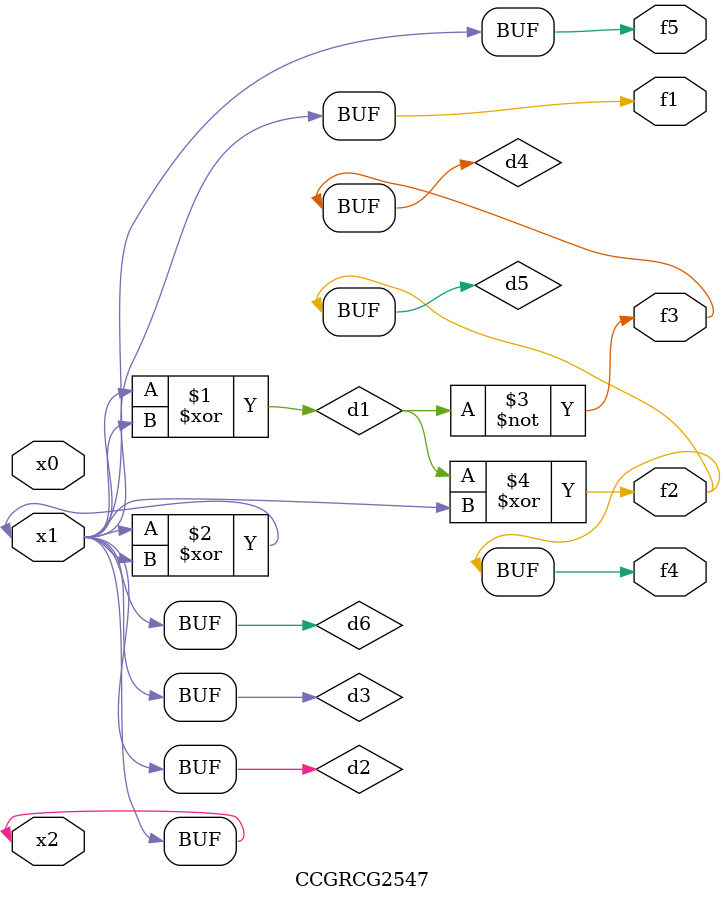
<source format=v>
module CCGRCG2547(
	input x0, x1, x2,
	output f1, f2, f3, f4, f5
);

	wire d1, d2, d3, d4, d5, d6;

	xor (d1, x1, x2);
	buf (d2, x1, x2);
	xor (d3, x1, x2);
	nor (d4, d1);
	xor (d5, d1, d2);
	buf (d6, d2, d3);
	assign f1 = d6;
	assign f2 = d5;
	assign f3 = d4;
	assign f4 = d5;
	assign f5 = d6;
endmodule

</source>
